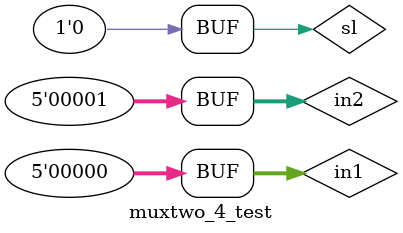
<source format=v>
module muxtwo_4_test();
  reg[4:0] in1;
  reg[4:0] in2;
  reg sl;
  wire[4:0] out;
  
  muxtwo_4 test(.in1(in1),.in2(in2),.sl(sl),.out(out));
  
  initial
  begin
    in1=0;
    in2=1;
    sl=0;
    #10 sl=1;
    #10 sl=0;
    #10 sl=1;
    #10 sl=0;
  end
  
endmodule

</source>
